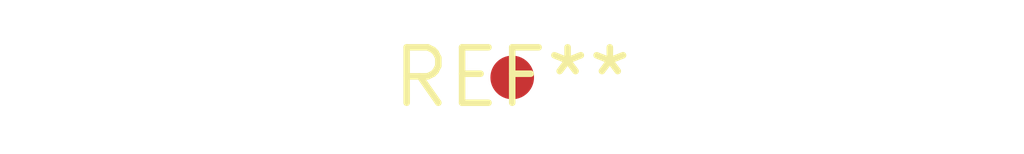
<source format=kicad_pcb>
(kicad_pcb (version 20240108) (generator pcbnew)
  (layers (0 "F.Cu" signal) (31 "B.Cu" signal) (34 "B.Paste" user) (35 "F.Paste" user) (36 "B.SilkS" user "B.Silkscreen") (37 "F.SilkS" user "F.Silkscreen") (38 "B.Mask" user) (39 "F.Mask" user) (44 "Edge.Cuts" user))
  (net 0 "")
  (footprint "Fiducial_1mm_Mask3mm" (layer "F.Cu") (at 0 0)
    (property "Reference" "REF**")
    (property "Value" "Fiducial_1mm_Mask3mm")
    (pad "" smd circle (at 0 0) (size 1 1) (layers "F.Cu" "F.Mask") (clearance 1))
  )
)
</source>
